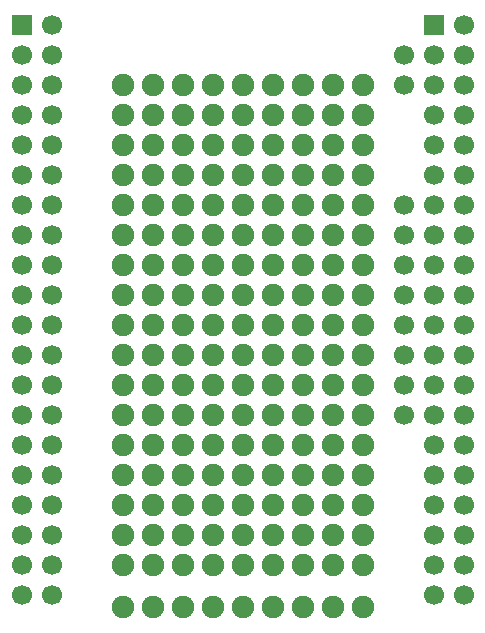
<source format=gbr>
G04 DipTrace 3.0.0.1*
G04 BottomMask.gbr*
%MOIN*%
G04 #@! TF.FileFunction,Soldermask,Bot*
G04 #@! TF.Part,Single*
%ADD18C,0.066929*%
%ADD19C,0.066929*%
%ADD31R,0.066929X0.066929*%
%ADD34C,0.074803*%
%ADD35C,0.074803*%
%FSLAX26Y26*%
G04*
G70*
G90*
G75*
G01*
G04 BotMask*
%LPD*%
D35*
X1010630Y605118D3*
D34*
X910630D3*
X1010630Y705118D3*
X910630D3*
X1010630Y805118D3*
X910630D3*
X1010630Y905118D3*
X910630D3*
X1010630Y1005118D3*
X910630D3*
X1010630Y1105118D3*
X910630D3*
X1010630Y1205118D3*
X910630D3*
X1010630Y1305118D3*
X910630D3*
X1010630Y1405118D3*
X910630D3*
X1010630Y1505118D3*
X910630D3*
X1010630Y1605118D3*
X910630D3*
X1010630Y1705118D3*
X910630D3*
X1010630Y1805118D3*
X910630D3*
X1010630Y1905118D3*
X910630D3*
X1010630Y2005118D3*
X910630D3*
X1010630Y2105118D3*
X910630D3*
X1010630Y2205118D3*
X910630D3*
X810630Y605118D3*
Y705118D3*
Y805118D3*
Y905118D3*
Y1005118D3*
Y1105118D3*
Y1205118D3*
Y1305118D3*
Y1405118D3*
Y1505118D3*
Y1605118D3*
Y1705118D3*
Y1805118D3*
Y1905118D3*
Y2005118D3*
Y2105118D3*
Y2205118D3*
D35*
X1310630Y605118D3*
D34*
X1210630D3*
X1310630Y705118D3*
X1210630D3*
X1310630Y805118D3*
X1210630D3*
X1310630Y905118D3*
X1210630D3*
X1310630Y1005118D3*
X1210630D3*
X1310630Y1105118D3*
X1210630D3*
X1310630Y1205118D3*
X1210630D3*
X1310630Y1305118D3*
X1210630D3*
X1310630Y1405118D3*
X1210630D3*
X1310630Y1505118D3*
X1210630D3*
X1310630Y1605118D3*
X1210630D3*
X1310630Y1705118D3*
X1210630D3*
X1310630Y1805118D3*
X1210630D3*
X1310630Y1905118D3*
X1210630D3*
X1310630Y2005118D3*
X1210630D3*
X1310630Y2105118D3*
X1210630D3*
X1310630Y2205118D3*
X1210630D3*
X1110630Y605118D3*
Y705118D3*
Y805118D3*
Y905118D3*
Y1005118D3*
Y1105118D3*
Y1205118D3*
Y1305118D3*
Y1405118D3*
Y1505118D3*
Y1605118D3*
Y1705118D3*
Y1805118D3*
Y1905118D3*
Y2005118D3*
Y2105118D3*
Y2205118D3*
D35*
X1610630Y605118D3*
D34*
X1510630D3*
X1610630Y705118D3*
X1510630D3*
X1610630Y805118D3*
X1510630D3*
X1610630Y905118D3*
X1510630D3*
X1610630Y1005118D3*
X1510630D3*
X1610630Y1105118D3*
X1510630D3*
X1610630Y1205118D3*
X1510630D3*
X1610630Y1305118D3*
X1510630D3*
X1610630Y1405118D3*
X1510630D3*
X1610630Y1505118D3*
X1510630D3*
X1610630Y1605118D3*
X1510630D3*
X1610630Y1705118D3*
X1510630D3*
X1610630Y1805118D3*
X1510630D3*
X1610630Y1905118D3*
X1510630D3*
X1610630Y2005118D3*
X1510630D3*
X1610630Y2105118D3*
X1510630D3*
X1610630Y2205118D3*
X1510630D3*
X1410630Y605118D3*
Y705118D3*
Y805118D3*
Y905118D3*
Y1005118D3*
Y1105118D3*
Y1205118D3*
Y1305118D3*
Y1405118D3*
Y1505118D3*
Y1605118D3*
Y1705118D3*
Y1805118D3*
Y1905118D3*
Y2005118D3*
Y2105118D3*
Y2205118D3*
D18*
X1748032Y2305118D3*
D34*
X1010630Y466929D3*
D18*
X1748032Y2205118D3*
D34*
X910630Y466929D3*
D18*
X1748032Y1605118D3*
D34*
X810630Y466929D3*
D18*
X1748032Y1505118D3*
D34*
X1310630Y466929D3*
D18*
X1748032Y1405118D3*
D34*
X1210630Y466929D3*
D18*
X1748032Y1305118D3*
D34*
X1110630Y466929D3*
D18*
X1748032Y1805118D3*
D34*
X1610630Y466929D3*
D18*
X1748032Y1705118D3*
D34*
X1510630Y466929D3*
D18*
X1748032Y1205118D3*
D34*
X1410630Y466929D3*
D18*
X1748032Y1105118D3*
D31*
X473229Y2405118D3*
D19*
X573229D3*
X473229Y2305118D3*
X573229D3*
X473229Y2205118D3*
X573229D3*
X473229Y2105118D3*
X573229D3*
X473229Y2005118D3*
X573229D3*
X473229Y1905118D3*
X573229D3*
X473229Y1805118D3*
X573229D3*
X473229Y1705118D3*
X573229D3*
X473229Y1605118D3*
X573229D3*
X473229Y1505118D3*
X573229D3*
X473229Y1405118D3*
X573229D3*
X473229Y1305118D3*
X573229D3*
X473229Y1205118D3*
X573229D3*
X473229Y1105118D3*
X573229D3*
X473229Y1005118D3*
X573229D3*
X473229Y905118D3*
X573229D3*
X473229Y805118D3*
X573229D3*
X473229Y705118D3*
X573229D3*
X473229Y605118D3*
X573229D3*
X473229Y505118D3*
X573229D3*
D31*
X1848032Y2405118D3*
D19*
X1948032D3*
X1848032Y2305118D3*
X1948032D3*
X1848032Y2205118D3*
X1948032D3*
X1848032Y2105118D3*
X1948032D3*
X1848032Y2005118D3*
X1948032D3*
X1848032Y1905118D3*
X1948032D3*
X1848032Y1805118D3*
X1948032D3*
X1848032Y1705118D3*
X1948032D3*
X1848032Y1605118D3*
X1948032D3*
X1848032Y1505118D3*
X1948032D3*
X1848032Y1405118D3*
X1948032D3*
X1848032Y1305118D3*
X1948032D3*
X1848032Y1205118D3*
X1948032D3*
X1848032Y1105118D3*
X1948032D3*
X1848032Y1005118D3*
X1948032D3*
X1848032Y905118D3*
X1948032D3*
X1848032Y805118D3*
X1948032D3*
X1848032Y705118D3*
X1948032D3*
X1848032Y605118D3*
X1948032D3*
X1848032Y505118D3*
X1948032D3*
M02*

</source>
